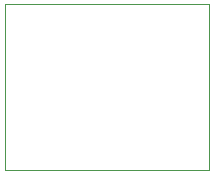
<source format=gbr>
G04 #@! TF.GenerationSoftware,KiCad,Pcbnew,(5.1.0-0)*
G04 #@! TF.CreationDate,2019-08-13T01:40:22-04:00*
G04 #@! TF.ProjectId,Dell 6pin 2.0mm Front Panel Header Adapter,44656c6c-2036-4706-996e-20322e306d6d,rev?*
G04 #@! TF.SameCoordinates,Original*
G04 #@! TF.FileFunction,Profile,NP*
%FSLAX46Y46*%
G04 Gerber Fmt 4.6, Leading zero omitted, Abs format (unit mm)*
G04 Created by KiCad (PCBNEW (5.1.0-0)) date 2019-08-13 01:40:22*
%MOMM*%
%LPD*%
G04 APERTURE LIST*
%ADD10C,0.050000*%
G04 APERTURE END LIST*
D10*
X153250000Y-100500000D02*
X153250000Y-86500000D01*
X170500000Y-100500000D02*
X153250000Y-100500000D01*
X170500000Y-86500000D02*
X170500000Y-100500000D01*
X153250000Y-86500000D02*
X170500000Y-86500000D01*
M02*

</source>
